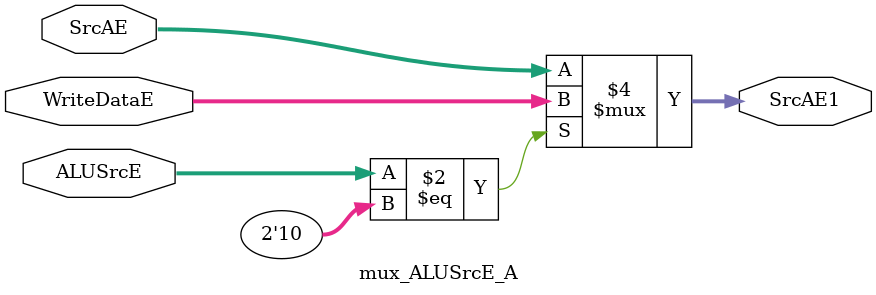
<source format=v>
`timescale 1ns / 1ps
module mux_ALUSrcE_A(
	input wire [31:0]SrcAE,
	input wire [31:0]WriteDataE,
	input wire [1:0]ALUSrcE,
	output reg [31:0]SrcAE1
);
	 
	 always@(*)
	 begin
			if(ALUSrcE == 2'b10)
			begin
				SrcAE1 <= WriteDataE;
			end
			else
			begin
				SrcAE1 <= SrcAE;
			end
	 end


endmodule
</source>
